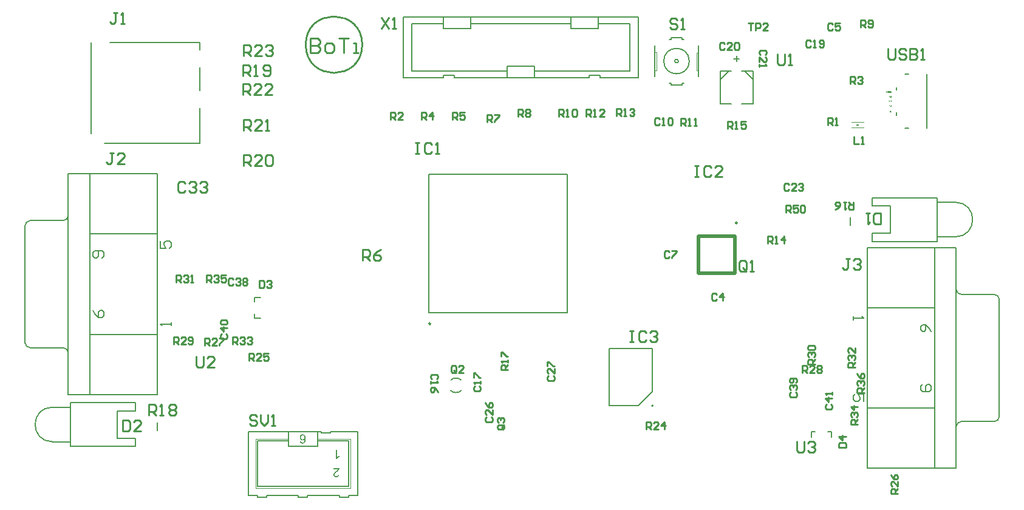
<source format=gto>
G04*
G04 #@! TF.GenerationSoftware,Altium Limited,Altium Designer,18.0.7 (293)*
G04*
G04 Layer_Color=65535*
%FSLAX25Y25*%
%MOIN*%
G70*
G01*
G75*
%ADD10C,0.01000*%
%ADD11C,0.00787*%
%ADD12C,0.00984*%
%ADD13C,0.00600*%
%ADD14C,0.00500*%
%ADD15C,0.01968*%
%ADD16C,0.00800*%
%ADD17C,0.00200*%
%ADD18C,0.00300*%
%ADD19C,0.00591*%
%ADD20R,0.01587X0.00794*%
G36*
X439892Y227510D02*
X439757D01*
X439238Y228288D01*
Y227510D01*
X439112D01*
Y228500D01*
X439248D01*
X439766Y227724D01*
Y228500D01*
X439892D01*
Y227510D01*
D02*
G37*
G36*
X440518Y228516D02*
X440531D01*
X440547Y228514D01*
X440564Y228511D01*
X440582Y228510D01*
X440624Y228501D01*
X440668Y228491D01*
X440714Y228476D01*
X440737Y228467D01*
X440760Y228456D01*
X440761Y228454D01*
X440765Y228453D01*
X440771Y228449D01*
X440780Y228444D01*
X440790Y228437D01*
X440800Y228430D01*
X440827Y228410D01*
X440856Y228384D01*
X440886Y228353D01*
X440914Y228317D01*
X440940Y228275D01*
Y228274D01*
X440943Y228270D01*
X440946Y228264D01*
X440950Y228254D01*
X440954Y228244D01*
X440958Y228230D01*
X440964Y228215D01*
X440970Y228198D01*
X440976Y228180D01*
X440981Y228158D01*
X440986Y228137D01*
X440990Y228114D01*
X440997Y228064D01*
X441000Y228011D01*
Y228010D01*
Y228004D01*
Y227997D01*
X440999Y227987D01*
Y227974D01*
X440997Y227958D01*
X440994Y227942D01*
X440993Y227924D01*
X440989Y227904D01*
X440986Y227882D01*
X440974Y227836D01*
X440960Y227789D01*
X440940Y227742D01*
X440939Y227741D01*
X440937Y227736D01*
X440934Y227731D01*
X440929Y227722D01*
X440923Y227711D01*
X440916Y227699D01*
X440896Y227672D01*
X440871Y227641D01*
X440841Y227610D01*
X440807Y227580D01*
X440787Y227568D01*
X440767Y227555D01*
X440765Y227553D01*
X440761Y227552D01*
X440756Y227549D01*
X440747Y227545D01*
X440735Y227540D01*
X440723Y227535D01*
X440708Y227529D01*
X440691Y227523D01*
X440672Y227518D01*
X440653Y227513D01*
X440631Y227508D01*
X440608Y227503D01*
X440558Y227496D01*
X440532Y227493D01*
X440487D01*
X440478Y227495D01*
X440467D01*
X440439Y227498D01*
X440409Y227502D01*
X440378Y227509D01*
X440344Y227518D01*
X440311Y227529D01*
X440309D01*
X440307Y227531D01*
X440302Y227532D01*
X440296Y227535D01*
X440281Y227543D01*
X440261Y227553D01*
X440239Y227568D01*
X440216Y227585D01*
X440195Y227603D01*
X440175Y227626D01*
X440172Y227629D01*
X440166Y227638D01*
X440158Y227651D01*
X440146Y227669D01*
X440135Y227692D01*
X440122Y227721D01*
X440109Y227752D01*
X440099Y227788D01*
X440218Y227819D01*
Y227818D01*
X440219Y227817D01*
X440221Y227812D01*
X440222Y227806D01*
X440226Y227794D01*
X440232Y227776D01*
X440241Y227756D01*
X440251Y227738D01*
X440261Y227718D01*
X440274Y227701D01*
X440275Y227699D01*
X440279Y227694D01*
X440288Y227686D01*
X440298Y227676D01*
X440311Y227665D01*
X440328Y227653D01*
X440346Y227642D01*
X440368Y227632D01*
X440371Y227631D01*
X440378Y227628D01*
X440391Y227623D01*
X440408Y227618D01*
X440428Y227613D01*
X440451Y227609D01*
X440477Y227606D01*
X440504Y227605D01*
X440520D01*
X440527Y227606D01*
X440535D01*
X440557Y227608D01*
X440581Y227612D01*
X440608Y227616D01*
X440634Y227623D01*
X440660Y227633D01*
X440662Y227635D01*
X440671Y227638D01*
X440683Y227645D01*
X440697Y227652D01*
X440714Y227663D01*
X440733Y227675D01*
X440750Y227689D01*
X440765Y227705D01*
X440767Y227706D01*
X440773Y227712D01*
X440780Y227722D01*
X440788Y227733D01*
X440798Y227748D01*
X440808Y227765D01*
X440818Y227784D01*
X440828Y227804D01*
Y227805D01*
X440830Y227808D01*
X440831Y227812D01*
X440834Y227819D01*
X440837Y227828D01*
X440840Y227838D01*
X440844Y227849D01*
X440847Y227862D01*
X440854Y227892D01*
X440860Y227927D01*
X440864Y227962D01*
X440866Y228002D01*
Y228004D01*
Y228008D01*
Y228015D01*
X440864Y228024D01*
Y228035D01*
X440863Y228049D01*
X440861Y228064D01*
X440860Y228080D01*
X440854Y228115D01*
X440847Y228152D01*
X440836Y228190D01*
X440821Y228225D01*
Y228227D01*
X440818Y228230D01*
X440817Y228234D01*
X440813Y228240D01*
X440803Y228256D01*
X440787Y228275D01*
X440768Y228297D01*
X440745Y228318D01*
X440718Y228338D01*
X440688Y228357D01*
X440687D01*
X440684Y228358D01*
X440680Y228361D01*
X440672Y228364D01*
X440665Y228367D01*
X440655Y228370D01*
X440632Y228379D01*
X440604Y228386D01*
X440572Y228393D01*
X440538Y228398D01*
X440502Y228400D01*
X440488D01*
X440480Y228398D01*
X440471D01*
X440449Y228396D01*
X440424Y228393D01*
X440396Y228387D01*
X440367Y228379D01*
X440337Y228368D01*
X440335D01*
X440332Y228367D01*
X440329Y228366D01*
X440324Y228363D01*
X440308Y228356D01*
X440291Y228347D01*
X440271Y228337D01*
X440249Y228326D01*
X440229Y228313D01*
X440212Y228298D01*
Y228113D01*
X440504D01*
Y227995D01*
X440083D01*
Y228363D01*
X440085Y228364D01*
X440088Y228366D01*
X440093Y228370D01*
X440100Y228376D01*
X440109Y228381D01*
X440119Y228389D01*
X440132Y228397D01*
X440145Y228406D01*
X440175Y228424D01*
X440209Y228444D01*
X440245Y228463D01*
X440284Y228479D01*
X440285D01*
X440288Y228480D01*
X440294Y228481D01*
X440301Y228484D01*
X440311Y228487D01*
X440322Y228491D01*
X440335Y228494D01*
X440348Y228497D01*
X440379Y228504D01*
X440415Y228511D01*
X440454Y228516D01*
X440494Y228517D01*
X440508D01*
X440518Y228516D01*
D02*
G37*
G36*
X438892Y227510D02*
X438512D01*
X438486Y227512D01*
X438457Y227513D01*
X438429Y227516D01*
X438400Y227520D01*
X438376Y227525D01*
X438375D01*
X438372Y227526D01*
X438367D01*
X438362Y227529D01*
X438346Y227533D01*
X438326Y227540D01*
X438303Y227551D01*
X438279Y227563D01*
X438254Y227578D01*
X438232Y227596D01*
X438230Y227598D01*
X438229Y227599D01*
X438224Y227603D01*
X438219Y227608D01*
X438204Y227622D01*
X438187Y227642D01*
X438169Y227666D01*
X438149Y227695D01*
X438130Y227728D01*
X438114Y227765D01*
Y227766D01*
X438113Y227769D01*
X438110Y227775D01*
X438108Y227784D01*
X438104Y227794D01*
X438101Y227805D01*
X438098Y227818D01*
X438094Y227834D01*
X438090Y227849D01*
X438087Y227868D01*
X438080Y227908D01*
X438076Y227952D01*
X438074Y228001D01*
Y228002D01*
Y228005D01*
Y228012D01*
Y228019D01*
X438076Y228029D01*
Y228041D01*
X438077Y228068D01*
X438081Y228100D01*
X438086Y228133D01*
X438093Y228167D01*
X438101Y228201D01*
Y228203D01*
X438103Y228205D01*
X438104Y228210D01*
X438106Y228215D01*
X438111Y228231D01*
X438120Y228251D01*
X438129Y228274D01*
X438140Y228297D01*
X438154Y228321D01*
X438169Y228344D01*
X438170Y228347D01*
X438176Y228354D01*
X438184Y228364D01*
X438196Y228377D01*
X438209Y228391D01*
X438224Y228406D01*
X438240Y228421D01*
X438259Y228434D01*
X438262Y228436D01*
X438267Y228440D01*
X438277Y228446D01*
X438292Y228453D01*
X438309Y228461D01*
X438329Y228468D01*
X438352Y228477D01*
X438377Y228484D01*
X438380D01*
X438384Y228486D01*
X438389Y228487D01*
X438403Y228489D01*
X438423Y228491D01*
X438446Y228494D01*
X438473Y228497D01*
X438503Y228499D01*
X438536Y228500D01*
X438892D01*
Y227510D01*
D02*
G37*
G36*
X441000Y225010D02*
X440868D01*
Y226000D01*
X441000D01*
Y225010D01*
D02*
G37*
G36*
X440637D02*
X440256D01*
X440231Y225012D01*
X440202Y225013D01*
X440173Y225016D01*
X440145Y225020D01*
X440121Y225025D01*
X440119D01*
X440116Y225026D01*
X440112D01*
X440106Y225029D01*
X440091Y225033D01*
X440070Y225041D01*
X440048Y225050D01*
X440023Y225063D01*
X439999Y225078D01*
X439976Y225096D01*
X439975Y225098D01*
X439973Y225099D01*
X439969Y225103D01*
X439963Y225108D01*
X439949Y225122D01*
X439932Y225142D01*
X439913Y225166D01*
X439893Y225195D01*
X439875Y225228D01*
X439859Y225265D01*
Y225266D01*
X439857Y225269D01*
X439855Y225275D01*
X439853Y225284D01*
X439849Y225294D01*
X439846Y225305D01*
X439843Y225318D01*
X439839Y225334D01*
X439835Y225349D01*
X439832Y225368D01*
X439824Y225408D01*
X439820Y225452D01*
X439819Y225501D01*
Y225502D01*
Y225505D01*
Y225512D01*
Y225519D01*
X439820Y225530D01*
Y225541D01*
X439822Y225568D01*
X439826Y225600D01*
X439830Y225633D01*
X439837Y225667D01*
X439846Y225701D01*
Y225703D01*
X439847Y225705D01*
X439849Y225710D01*
X439850Y225715D01*
X439856Y225731D01*
X439865Y225751D01*
X439873Y225774D01*
X439885Y225797D01*
X439899Y225821D01*
X439913Y225844D01*
X439915Y225847D01*
X439920Y225854D01*
X439929Y225864D01*
X439940Y225877D01*
X439953Y225891D01*
X439969Y225906D01*
X439985Y225921D01*
X440003Y225934D01*
X440006Y225936D01*
X440012Y225940D01*
X440022Y225946D01*
X440036Y225953D01*
X440053Y225961D01*
X440073Y225969D01*
X440096Y225977D01*
X440122Y225984D01*
X440125D01*
X440129Y225986D01*
X440133Y225987D01*
X440148Y225989D01*
X440168Y225991D01*
X440191Y225994D01*
X440218Y225997D01*
X440248Y225999D01*
X440281Y226000D01*
X440637D01*
Y225010D01*
D02*
G37*
G36*
X439764Y223068D02*
X440033D01*
Y222955D01*
X439764D01*
Y222686D01*
X439650D01*
Y222955D01*
X439381D01*
Y223068D01*
X439650D01*
Y223340D01*
X439764D01*
Y223068D01*
D02*
G37*
G36*
X441000Y222510D02*
X440620D01*
X440594Y222512D01*
X440565Y222513D01*
X440537Y222516D01*
X440508Y222520D01*
X440484Y222525D01*
X440482D01*
X440480Y222526D01*
X440475D01*
X440470Y222529D01*
X440454Y222533D01*
X440434Y222540D01*
X440411Y222551D01*
X440386Y222563D01*
X440362Y222578D01*
X440339Y222596D01*
X440338Y222598D01*
X440337Y222599D01*
X440332Y222603D01*
X440326Y222608D01*
X440312Y222622D01*
X440295Y222642D01*
X440276Y222666D01*
X440256Y222695D01*
X440238Y222728D01*
X440222Y222765D01*
Y222766D01*
X440221Y222769D01*
X440218Y222775D01*
X440216Y222784D01*
X440212Y222794D01*
X440209Y222805D01*
X440206Y222818D01*
X440202Y222834D01*
X440198Y222849D01*
X440195Y222868D01*
X440188Y222908D01*
X440183Y222952D01*
X440182Y223001D01*
Y223002D01*
Y223005D01*
Y223012D01*
Y223020D01*
X440183Y223029D01*
Y223041D01*
X440185Y223068D01*
X440189Y223100D01*
X440194Y223132D01*
X440201Y223167D01*
X440209Y223201D01*
Y223203D01*
X440211Y223205D01*
X440212Y223210D01*
X440213Y223215D01*
X440219Y223231D01*
X440228Y223251D01*
X440236Y223274D01*
X440248Y223297D01*
X440262Y223321D01*
X440276Y223344D01*
X440278Y223347D01*
X440284Y223354D01*
X440292Y223364D01*
X440304Y223377D01*
X440316Y223391D01*
X440332Y223406D01*
X440348Y223421D01*
X440367Y223434D01*
X440369Y223436D01*
X440375Y223440D01*
X440385Y223446D01*
X440399Y223453D01*
X440417Y223461D01*
X440437Y223468D01*
X440459Y223477D01*
X440485Y223484D01*
X440488D01*
X440492Y223486D01*
X440497Y223487D01*
X440511Y223489D01*
X440531Y223491D01*
X440554Y223494D01*
X440581Y223497D01*
X440611Y223499D01*
X440644Y223500D01*
X441000D01*
Y222510D01*
D02*
G37*
G36*
X440066Y220581D02*
X439690D01*
Y220703D01*
X440066D01*
Y220581D01*
D02*
G37*
G36*
X441000Y220010D02*
X440620D01*
X440594Y220012D01*
X440565Y220013D01*
X440537Y220016D01*
X440508Y220020D01*
X440484Y220025D01*
X440482D01*
X440480Y220026D01*
X440475D01*
X440470Y220029D01*
X440454Y220033D01*
X440434Y220040D01*
X440411Y220051D01*
X440386Y220063D01*
X440362Y220078D01*
X440339Y220096D01*
X440338Y220098D01*
X440337Y220099D01*
X440332Y220103D01*
X440326Y220108D01*
X440312Y220122D01*
X440295Y220142D01*
X440276Y220166D01*
X440256Y220195D01*
X440238Y220228D01*
X440222Y220265D01*
Y220266D01*
X440221Y220269D01*
X440218Y220275D01*
X440216Y220284D01*
X440212Y220294D01*
X440209Y220305D01*
X440206Y220318D01*
X440202Y220334D01*
X440198Y220349D01*
X440195Y220368D01*
X440188Y220408D01*
X440183Y220452D01*
X440182Y220501D01*
Y220502D01*
Y220505D01*
Y220512D01*
Y220519D01*
X440183Y220530D01*
Y220541D01*
X440185Y220568D01*
X440189Y220600D01*
X440194Y220633D01*
X440201Y220667D01*
X440209Y220701D01*
Y220703D01*
X440211Y220705D01*
X440212Y220710D01*
X440213Y220715D01*
X440219Y220731D01*
X440228Y220751D01*
X440236Y220774D01*
X440248Y220797D01*
X440262Y220821D01*
X440276Y220844D01*
X440278Y220847D01*
X440284Y220854D01*
X440292Y220864D01*
X440304Y220877D01*
X440316Y220891D01*
X440332Y220906D01*
X440348Y220921D01*
X440367Y220934D01*
X440369Y220936D01*
X440375Y220940D01*
X440385Y220946D01*
X440399Y220953D01*
X440417Y220961D01*
X440437Y220969D01*
X440459Y220977D01*
X440485Y220984D01*
X440488D01*
X440492Y220986D01*
X440497Y220987D01*
X440511Y220989D01*
X440531Y220991D01*
X440554Y220994D01*
X440581Y220997D01*
X440611Y220999D01*
X440644Y221000D01*
X441000D01*
Y220010D01*
D02*
G37*
G36*
X441001Y217010D02*
X440858D01*
X440601Y217730D01*
Y217731D01*
X440600Y217734D01*
X440598Y217738D01*
X440595Y217744D01*
X440594Y217753D01*
X440591Y217761D01*
X440584Y217783D01*
X440575Y217807D01*
X440567Y217834D01*
X440550Y217891D01*
Y217890D01*
X440548Y217887D01*
X440547Y217883D01*
X440545Y217877D01*
X440541Y217861D01*
X440534Y217840D01*
X440527Y217815D01*
X440518Y217788D01*
X440508Y217760D01*
X440497Y217730D01*
X440228Y217010D01*
X440095D01*
X440481Y218000D01*
X440618D01*
X441001Y217010D01*
D02*
G37*
G36*
X136781Y27621D02*
X136788Y27628D01*
X136824Y27657D01*
X136867Y27700D01*
X136939Y27750D01*
X137018Y27815D01*
X137118Y27886D01*
X137233Y27965D01*
X137362Y28044D01*
X137369D01*
X137376Y28051D01*
X137419Y28080D01*
X137491Y28116D01*
X137577Y28159D01*
X137677Y28209D01*
X137785Y28259D01*
X137892Y28309D01*
X138000Y28352D01*
Y27764D01*
X137993D01*
X137978Y27750D01*
X137950Y27743D01*
X137914Y27721D01*
X137871Y27700D01*
X137821Y27671D01*
X137699Y27599D01*
X137556Y27521D01*
X137412Y27420D01*
X137261Y27305D01*
X137111Y27184D01*
X137104Y27176D01*
X137097Y27169D01*
X137075Y27148D01*
X137046Y27126D01*
X136982Y27055D01*
X136896Y26969D01*
X136810Y26868D01*
X136717Y26754D01*
X136638Y26639D01*
X136566Y26517D01*
X136172D01*
Y31500D01*
X136781D01*
Y27621D01*
D02*
G37*
G36*
X137993Y21493D02*
Y21464D01*
Y21421D01*
X137986Y21364D01*
X137978Y21299D01*
X137964Y21227D01*
X137950Y21156D01*
X137921Y21077D01*
Y21070D01*
X137914Y21063D01*
X137900Y21020D01*
X137871Y20955D01*
X137828Y20869D01*
X137771Y20769D01*
X137699Y20654D01*
X137620Y20539D01*
X137520Y20417D01*
Y20410D01*
X137505Y20403D01*
X137469Y20360D01*
X137405Y20295D01*
X137312Y20202D01*
X137204Y20095D01*
X137068Y19966D01*
X136903Y19822D01*
X136724Y19672D01*
X136717Y19665D01*
X136688Y19643D01*
X136645Y19607D01*
X136595Y19564D01*
X136530Y19507D01*
X136451Y19442D01*
X136372Y19371D01*
X136279Y19292D01*
X136100Y19120D01*
X135921Y18947D01*
X135835Y18861D01*
X135756Y18775D01*
X135684Y18697D01*
X135627Y18618D01*
Y18610D01*
X135612Y18603D01*
X135598Y18582D01*
X135584Y18553D01*
X135533Y18474D01*
X135476Y18381D01*
X135426Y18266D01*
X135376Y18144D01*
X135347Y18008D01*
X135333Y17879D01*
Y17872D01*
Y17865D01*
X135340Y17822D01*
X135347Y17750D01*
X135369Y17671D01*
X135397Y17571D01*
X135448Y17470D01*
X135512Y17370D01*
X135598Y17270D01*
X135612Y17255D01*
X135648Y17227D01*
X135698Y17191D01*
X135777Y17141D01*
X135878Y17098D01*
X135992Y17055D01*
X136129Y17026D01*
X136279Y17019D01*
X136322D01*
X136351Y17026D01*
X136437Y17033D01*
X136537Y17055D01*
X136645Y17083D01*
X136767Y17133D01*
X136881Y17198D01*
X136989Y17284D01*
X137003Y17298D01*
X137032Y17334D01*
X137075Y17392D01*
X137118Y17478D01*
X137168Y17578D01*
X137211Y17707D01*
X137240Y17851D01*
X137254Y18015D01*
X137878Y17951D01*
Y17944D01*
X137871Y17922D01*
Y17886D01*
X137864Y17836D01*
X137849Y17779D01*
X137835Y17714D01*
X137814Y17635D01*
X137792Y17557D01*
X137735Y17384D01*
X137649Y17212D01*
X137599Y17126D01*
X137534Y17040D01*
X137469Y16961D01*
X137398Y16890D01*
X137391Y16883D01*
X137376Y16875D01*
X137355Y16854D01*
X137319Y16832D01*
X137276Y16804D01*
X137226Y16775D01*
X137168Y16739D01*
X137097Y16703D01*
X137018Y16667D01*
X136932Y16632D01*
X136838Y16603D01*
X136738Y16574D01*
X136630Y16553D01*
X136516Y16531D01*
X136394Y16524D01*
X136265Y16517D01*
X136193D01*
X136143Y16524D01*
X136086Y16531D01*
X136014Y16538D01*
X135935Y16553D01*
X135856Y16567D01*
X135670Y16617D01*
X135483Y16689D01*
X135390Y16732D01*
X135297Y16782D01*
X135211Y16847D01*
X135132Y16918D01*
X135125Y16926D01*
X135110Y16933D01*
X135096Y16961D01*
X135067Y16990D01*
X135032Y17026D01*
X134996Y17076D01*
X134960Y17126D01*
X134917Y17191D01*
X134845Y17327D01*
X134774Y17499D01*
X134745Y17585D01*
X134731Y17686D01*
X134716Y17786D01*
X134709Y17894D01*
Y17908D01*
Y17944D01*
X134716Y18001D01*
X134723Y18080D01*
X134738Y18166D01*
X134766Y18266D01*
X134795Y18374D01*
X134838Y18481D01*
X134845Y18496D01*
X134860Y18532D01*
X134888Y18589D01*
X134931Y18668D01*
X134989Y18754D01*
X135060Y18861D01*
X135146Y18969D01*
X135247Y19091D01*
X135261Y19105D01*
X135297Y19148D01*
X135333Y19184D01*
X135369Y19220D01*
X135412Y19263D01*
X135469Y19320D01*
X135526Y19378D01*
X135598Y19442D01*
X135670Y19514D01*
X135756Y19593D01*
X135849Y19672D01*
X135949Y19765D01*
X136064Y19858D01*
X136179Y19958D01*
X136186Y19966D01*
X136200Y19980D01*
X136229Y20001D01*
X136265Y20030D01*
X136308Y20073D01*
X136358Y20116D01*
X136473Y20209D01*
X136595Y20317D01*
X136709Y20425D01*
X136810Y20518D01*
X136853Y20554D01*
X136889Y20589D01*
X136896Y20597D01*
X136917Y20618D01*
X136946Y20647D01*
X136982Y20690D01*
X137018Y20740D01*
X137061Y20790D01*
X137147Y20912D01*
X134702D01*
Y21500D01*
X137993D01*
Y21493D01*
D02*
G37*
G36*
X117851Y40079D02*
X117908D01*
X117973Y40072D01*
X118044Y40057D01*
X118131Y40036D01*
X118217Y40014D01*
X118317Y39986D01*
X118417Y39950D01*
X118518Y39907D01*
X118625Y39849D01*
X118726Y39785D01*
X118826Y39713D01*
X118926Y39627D01*
X119020Y39527D01*
X119027Y39520D01*
X119041Y39498D01*
X119063Y39469D01*
X119091Y39419D01*
X119134Y39355D01*
X119170Y39283D01*
X119213Y39190D01*
X119256Y39089D01*
X119306Y38967D01*
X119349Y38831D01*
X119385Y38681D01*
X119421Y38516D01*
X119457Y38329D01*
X119478Y38129D01*
X119493Y37914D01*
X119500Y37684D01*
Y37677D01*
Y37670D01*
Y37648D01*
Y37620D01*
X119493Y37548D01*
Y37448D01*
X119486Y37333D01*
X119471Y37196D01*
X119457Y37046D01*
X119436Y36881D01*
X119407Y36716D01*
X119371Y36537D01*
X119328Y36365D01*
X119278Y36193D01*
X119213Y36028D01*
X119141Y35870D01*
X119063Y35719D01*
X118969Y35590D01*
X118962Y35583D01*
X118948Y35569D01*
X118919Y35540D01*
X118883Y35497D01*
X118840Y35454D01*
X118783Y35411D01*
X118711Y35354D01*
X118640Y35304D01*
X118554Y35254D01*
X118460Y35196D01*
X118353Y35153D01*
X118245Y35103D01*
X118123Y35067D01*
X117994Y35038D01*
X117858Y35024D01*
X117715Y35017D01*
X117657D01*
X117614Y35024D01*
X117564D01*
X117507Y35031D01*
X117370Y35060D01*
X117220Y35096D01*
X117062Y35153D01*
X116904Y35239D01*
X116826Y35289D01*
X116754Y35347D01*
X116747Y35354D01*
X116740Y35361D01*
X116718Y35383D01*
X116697Y35404D01*
X116661Y35440D01*
X116632Y35483D01*
X116553Y35583D01*
X116474Y35712D01*
X116403Y35870D01*
X116338Y36049D01*
X116295Y36250D01*
X116904Y36300D01*
Y36293D01*
X116912Y36286D01*
X116919Y36243D01*
X116940Y36178D01*
X116969Y36099D01*
X116998Y36013D01*
X117041Y35927D01*
X117091Y35849D01*
X117141Y35784D01*
X117155Y35770D01*
X117184Y35741D01*
X117234Y35698D01*
X117306Y35648D01*
X117399Y35605D01*
X117500Y35562D01*
X117622Y35533D01*
X117751Y35519D01*
X117801D01*
X117858Y35526D01*
X117923Y35540D01*
X118009Y35562D01*
X118095Y35590D01*
X118181Y35626D01*
X118267Y35684D01*
X118281Y35691D01*
X118317Y35719D01*
X118367Y35770D01*
X118432Y35841D01*
X118503Y35927D01*
X118582Y36028D01*
X118654Y36157D01*
X118726Y36300D01*
Y36307D01*
X118733Y36322D01*
X118740Y36343D01*
X118754Y36372D01*
X118762Y36415D01*
X118776Y36465D01*
X118790Y36523D01*
X118805Y36594D01*
X118826Y36673D01*
X118840Y36759D01*
X118855Y36852D01*
X118862Y36953D01*
X118876Y37067D01*
X118883Y37182D01*
X118891Y37311D01*
Y37440D01*
X118883Y37433D01*
X118855Y37390D01*
X118805Y37333D01*
X118740Y37261D01*
X118668Y37175D01*
X118575Y37096D01*
X118475Y37017D01*
X118360Y36946D01*
X118353D01*
X118346Y36938D01*
X118303Y36917D01*
X118238Y36895D01*
X118152Y36860D01*
X118052Y36831D01*
X117937Y36809D01*
X117815Y36788D01*
X117686Y36781D01*
X117629D01*
X117586Y36788D01*
X117528Y36795D01*
X117471Y36802D01*
X117399Y36816D01*
X117327Y36838D01*
X117163Y36888D01*
X117077Y36924D01*
X116990Y36974D01*
X116904Y37025D01*
X116811Y37082D01*
X116725Y37154D01*
X116646Y37232D01*
X116639Y37240D01*
X116625Y37254D01*
X116603Y37275D01*
X116582Y37311D01*
X116546Y37361D01*
X116510Y37412D01*
X116474Y37476D01*
X116431Y37548D01*
X116388Y37627D01*
X116352Y37713D01*
X116316Y37813D01*
X116281Y37914D01*
X116259Y38021D01*
X116238Y38143D01*
X116223Y38265D01*
X116216Y38394D01*
Y38401D01*
Y38415D01*
Y38437D01*
Y38473D01*
X116223Y38516D01*
Y38559D01*
X116245Y38674D01*
X116266Y38810D01*
X116302Y38953D01*
X116352Y39111D01*
X116424Y39261D01*
Y39269D01*
X116431Y39276D01*
X116446Y39297D01*
X116460Y39326D01*
X116503Y39398D01*
X116568Y39491D01*
X116646Y39591D01*
X116740Y39692D01*
X116854Y39792D01*
X116976Y39878D01*
X116983D01*
X116990Y39885D01*
X117012Y39900D01*
X117041Y39907D01*
X117112Y39943D01*
X117206Y39979D01*
X117327Y40021D01*
X117464Y40050D01*
X117614Y40079D01*
X117779Y40086D01*
X117815D01*
X117851Y40079D01*
D02*
G37*
%LPC*%
G36*
X438761Y228383D02*
X438526D01*
X438516Y228381D01*
X438495Y228380D01*
X438470Y228379D01*
X438445Y228376D01*
X438419Y228371D01*
X438397Y228366D01*
X438394Y228364D01*
X438387Y228363D01*
X438377Y228358D01*
X438365Y228353D01*
X438350Y228344D01*
X438336Y228336D01*
X438322Y228326D01*
X438307Y228314D01*
X438306Y228311D01*
X438300Y228306D01*
X438292Y228295D01*
X438282Y228281D01*
X438270Y228263D01*
X438257Y228241D01*
X438246Y228217D01*
X438236Y228190D01*
Y228188D01*
X438234Y228185D01*
X438233Y228181D01*
X438232Y228175D01*
X438230Y228168D01*
X438227Y228158D01*
X438224Y228148D01*
X438222Y228137D01*
X438217Y228108D01*
X438213Y228075D01*
X438210Y228038D01*
X438209Y227998D01*
Y227997D01*
Y227991D01*
Y227984D01*
X438210Y227972D01*
Y227959D01*
X438211Y227945D01*
X438213Y227928D01*
X438214Y227911D01*
X438222Y227872D01*
X438230Y227832D01*
X438243Y227795D01*
X438251Y227776D01*
X438260Y227761D01*
Y227759D01*
X438263Y227756D01*
X438266Y227752D01*
X438269Y227746D01*
X438280Y227732D01*
X438294Y227715D01*
X438313Y227696D01*
X438335Y227678D01*
X438359Y227662D01*
X438384Y227649D01*
X438387Y227648D01*
X438394Y227646D01*
X438407Y227642D01*
X438426Y227638D01*
X438449Y227635D01*
X438478Y227631D01*
X438495Y227629D01*
X438513D01*
X438532Y227628D01*
X438761D01*
Y228383D01*
D02*
G37*
G36*
X440505Y225883D02*
X440271D01*
X440261Y225881D01*
X440239Y225880D01*
X440215Y225879D01*
X440189Y225876D01*
X440164Y225871D01*
X440142Y225866D01*
X440139Y225864D01*
X440132Y225863D01*
X440122Y225858D01*
X440109Y225853D01*
X440095Y225844D01*
X440080Y225836D01*
X440066Y225826D01*
X440052Y225814D01*
X440051Y225811D01*
X440045Y225805D01*
X440036Y225796D01*
X440026Y225781D01*
X440015Y225763D01*
X440002Y225741D01*
X439990Y225717D01*
X439980Y225690D01*
Y225688D01*
X439979Y225685D01*
X439978Y225681D01*
X439976Y225675D01*
X439975Y225668D01*
X439972Y225658D01*
X439969Y225648D01*
X439966Y225637D01*
X439962Y225608D01*
X439958Y225575D01*
X439955Y225538D01*
X439953Y225498D01*
Y225497D01*
Y225491D01*
Y225484D01*
X439955Y225472D01*
Y225460D01*
X439956Y225445D01*
X439958Y225428D01*
X439959Y225411D01*
X439966Y225372D01*
X439975Y225332D01*
X439988Y225295D01*
X439996Y225276D01*
X440005Y225261D01*
Y225259D01*
X440008Y225256D01*
X440010Y225252D01*
X440013Y225246D01*
X440025Y225232D01*
X440039Y225215D01*
X440058Y225196D01*
X440079Y225178D01*
X440103Y225162D01*
X440129Y225149D01*
X440132Y225148D01*
X440139Y225146D01*
X440152Y225142D01*
X440171Y225138D01*
X440194Y225135D01*
X440222Y225131D01*
X440239Y225129D01*
X440258D01*
X440276Y225128D01*
X440505D01*
Y225883D01*
D02*
G37*
G36*
X440868Y223383D02*
X440634D01*
X440624Y223381D01*
X440602Y223380D01*
X440578Y223378D01*
X440552Y223376D01*
X440527Y223371D01*
X440505Y223366D01*
X440502Y223364D01*
X440495Y223363D01*
X440485Y223358D01*
X440472Y223353D01*
X440458Y223344D01*
X440444Y223336D01*
X440429Y223325D01*
X440415Y223314D01*
X440414Y223311D01*
X440408Y223306D01*
X440399Y223295D01*
X440389Y223281D01*
X440378Y223263D01*
X440365Y223241D01*
X440354Y223217D01*
X440344Y223190D01*
Y223188D01*
X440342Y223185D01*
X440341Y223181D01*
X440339Y223175D01*
X440338Y223168D01*
X440335Y223158D01*
X440332Y223148D01*
X440329Y223137D01*
X440325Y223108D01*
X440321Y223075D01*
X440318Y223038D01*
X440316Y222998D01*
Y222997D01*
Y222991D01*
Y222984D01*
X440318Y222972D01*
Y222959D01*
X440319Y222945D01*
X440321Y222928D01*
X440322Y222911D01*
X440329Y222872D01*
X440338Y222832D01*
X440351Y222795D01*
X440359Y222776D01*
X440368Y222761D01*
Y222759D01*
X440371Y222756D01*
X440374Y222752D01*
X440377Y222746D01*
X440388Y222732D01*
X440402Y222715D01*
X440421Y222696D01*
X440442Y222678D01*
X440467Y222662D01*
X440492Y222649D01*
X440495Y222648D01*
X440502Y222646D01*
X440515Y222642D01*
X440534Y222638D01*
X440557Y222635D01*
X440585Y222631D01*
X440602Y222629D01*
X440621D01*
X440640Y222628D01*
X440868D01*
Y223383D01*
D02*
G37*
G36*
Y220883D02*
X440634D01*
X440624Y220881D01*
X440602Y220880D01*
X440578Y220879D01*
X440552Y220876D01*
X440527Y220871D01*
X440505Y220866D01*
X440502Y220864D01*
X440495Y220863D01*
X440485Y220858D01*
X440472Y220853D01*
X440458Y220844D01*
X440444Y220836D01*
X440429Y220826D01*
X440415Y220814D01*
X440414Y220811D01*
X440408Y220806D01*
X440399Y220795D01*
X440389Y220781D01*
X440378Y220763D01*
X440365Y220741D01*
X440354Y220717D01*
X440344Y220690D01*
Y220688D01*
X440342Y220685D01*
X440341Y220681D01*
X440339Y220675D01*
X440338Y220668D01*
X440335Y220658D01*
X440332Y220648D01*
X440329Y220637D01*
X440325Y220608D01*
X440321Y220575D01*
X440318Y220538D01*
X440316Y220498D01*
Y220497D01*
Y220491D01*
Y220484D01*
X440318Y220472D01*
Y220460D01*
X440319Y220445D01*
X440321Y220428D01*
X440322Y220411D01*
X440329Y220372D01*
X440338Y220332D01*
X440351Y220295D01*
X440359Y220276D01*
X440368Y220261D01*
Y220259D01*
X440371Y220256D01*
X440374Y220252D01*
X440377Y220246D01*
X440388Y220232D01*
X440402Y220215D01*
X440421Y220196D01*
X440442Y220178D01*
X440467Y220162D01*
X440492Y220149D01*
X440495Y220148D01*
X440502Y220146D01*
X440515Y220142D01*
X440534Y220138D01*
X440557Y220135D01*
X440585Y220131D01*
X440602Y220129D01*
X440621D01*
X440640Y220128D01*
X440868D01*
Y220883D01*
D02*
G37*
G36*
X117786Y39584D02*
X117751D01*
X117722Y39577D01*
X117650Y39570D01*
X117557Y39548D01*
X117456Y39505D01*
X117342Y39455D01*
X117227Y39376D01*
X117170Y39333D01*
X117120Y39276D01*
Y39269D01*
X117105Y39261D01*
X117077Y39219D01*
X117034Y39147D01*
X116976Y39054D01*
X116926Y38932D01*
X116883Y38788D01*
X116854Y38623D01*
X116840Y38430D01*
Y38423D01*
Y38408D01*
Y38380D01*
X116847Y38344D01*
Y38301D01*
X116854Y38250D01*
X116876Y38136D01*
X116904Y38007D01*
X116955Y37870D01*
X117026Y37741D01*
X117120Y37620D01*
X117134Y37605D01*
X117170Y37569D01*
X117227Y37526D01*
X117306Y37469D01*
X117406Y37412D01*
X117521Y37369D01*
X117657Y37333D01*
X117808Y37318D01*
X117851D01*
X117880Y37326D01*
X117951Y37333D01*
X118052Y37354D01*
X118159Y37390D01*
X118281Y37448D01*
X118396Y37519D01*
X118510Y37620D01*
X118525Y37634D01*
X118554Y37670D01*
X118604Y37734D01*
X118654Y37828D01*
X118704Y37935D01*
X118754Y38071D01*
X118783Y38222D01*
X118797Y38394D01*
Y38408D01*
Y38444D01*
X118790Y38509D01*
X118783Y38587D01*
X118769Y38681D01*
X118740Y38781D01*
X118711Y38889D01*
X118668Y38996D01*
X118661Y39011D01*
X118640Y39046D01*
X118611Y39097D01*
X118568Y39161D01*
X118518Y39226D01*
X118453Y39305D01*
X118382Y39369D01*
X118295Y39434D01*
X118281Y39441D01*
X118252Y39455D01*
X118202Y39484D01*
X118138Y39505D01*
X118066Y39534D01*
X117980Y39563D01*
X117887Y39577D01*
X117786Y39584D01*
D02*
G37*
%LPD*%
D10*
X150508Y254000D02*
G03*
X150508Y254000I-15508J0D01*
G01*
X122000Y257371D02*
Y249500D01*
X125936D01*
X127248Y250812D01*
Y252124D01*
X125936Y253436D01*
X122000D01*
X125936D01*
X127248Y254748D01*
Y256060D01*
X125936Y257371D01*
X122000D01*
X131183Y249500D02*
X133807D01*
X135119Y250812D01*
Y253436D01*
X133807Y254748D01*
X131183D01*
X129871Y253436D01*
Y250812D01*
X131183Y249500D01*
X137743Y257371D02*
X142991D01*
X140367D01*
Y249500D01*
X145614D02*
X148238D01*
X146926D01*
Y254748D01*
X145614D01*
X362500Y265936D02*
X365124D01*
X363812D01*
Y262000D01*
X366436D02*
Y265936D01*
X368404D01*
X369060Y265280D01*
Y263968D01*
X368404Y263312D01*
X366436D01*
X372995Y262000D02*
X370372D01*
X372995Y264624D01*
Y265280D01*
X372339Y265936D01*
X371027D01*
X370372Y265280D01*
X351100Y208000D02*
Y211936D01*
X353068D01*
X353724Y211280D01*
Y209968D01*
X353068Y209312D01*
X351100D01*
X352412D02*
X353724Y208000D01*
X355036D02*
X356348D01*
X355692D01*
Y211936D01*
X355036Y211280D01*
X360939Y211936D02*
X358315D01*
Y209968D01*
X359627Y210624D01*
X360283D01*
X360939Y209968D01*
Y208656D01*
X360283Y208000D01*
X358972D01*
X358315Y208656D01*
X306500Y43000D02*
Y46936D01*
X308468D01*
X309124Y46280D01*
Y44968D01*
X308468Y44312D01*
X306500D01*
X307812D02*
X309124Y43000D01*
X313060D02*
X310436D01*
X313060Y45624D01*
Y46280D01*
X312404Y46936D01*
X311092D01*
X310436Y46280D01*
X316339Y43000D02*
Y46936D01*
X314371Y44968D01*
X316995D01*
X297500Y96998D02*
X299499D01*
X298500D01*
Y91000D01*
X297500D01*
X299499D01*
X306497Y95998D02*
X305497Y96998D01*
X303498D01*
X302498Y95998D01*
Y92000D01*
X303498Y91000D01*
X305497D01*
X306497Y92000D01*
X308496Y95998D02*
X309496Y96998D01*
X311495D01*
X312495Y95998D01*
Y94999D01*
X311495Y93999D01*
X310496D01*
X311495D01*
X312495Y92999D01*
Y92000D01*
X311495Y91000D01*
X309496D01*
X308496Y92000D01*
X15999Y271498D02*
X13999D01*
X14999D01*
Y266500D01*
X13999Y265500D01*
X13000D01*
X12000Y266500D01*
X17998Y265500D02*
X19997D01*
X18998D01*
Y271498D01*
X17998Y270498D01*
X85500Y248000D02*
Y253998D01*
X88499D01*
X89499Y252998D01*
Y250999D01*
X88499Y249999D01*
X85500D01*
X87499D02*
X89499Y248000D01*
X95497D02*
X91498D01*
X95497Y251999D01*
Y252998D01*
X94497Y253998D01*
X92498D01*
X91498Y252998D01*
X97496D02*
X98496Y253998D01*
X100495D01*
X101495Y252998D01*
Y251999D01*
X100495Y250999D01*
X99496D01*
X100495D01*
X101495Y249999D01*
Y249000D01*
X100495Y248000D01*
X98496D01*
X97496Y249000D01*
X85000Y226500D02*
Y232498D01*
X87999D01*
X88999Y231498D01*
Y229499D01*
X87999Y228499D01*
X85000D01*
X86999D02*
X88999Y226500D01*
X94997D02*
X90998D01*
X94997Y230499D01*
Y231498D01*
X93997Y232498D01*
X91998D01*
X90998Y231498D01*
X100995Y226500D02*
X96996D01*
X100995Y230499D01*
Y231498D01*
X99995Y232498D01*
X97996D01*
X96996Y231498D01*
X85500Y207000D02*
Y212998D01*
X88499D01*
X89499Y211998D01*
Y209999D01*
X88499Y208999D01*
X85500D01*
X87499D02*
X89499Y207000D01*
X95497D02*
X91498D01*
X95497Y210999D01*
Y211998D01*
X94497Y212998D01*
X92498D01*
X91498Y211998D01*
X97496Y207000D02*
X99496D01*
X98496D01*
Y212998D01*
X97496Y211998D01*
X85500Y187500D02*
Y193498D01*
X88499D01*
X89499Y192498D01*
Y190499D01*
X88499Y189499D01*
X85500D01*
X87499D02*
X89499Y187500D01*
X95497D02*
X91498D01*
X95497Y191499D01*
Y192498D01*
X94497Y193498D01*
X92498D01*
X91498Y192498D01*
X97496D02*
X98496Y193498D01*
X100495D01*
X101495Y192498D01*
Y188500D01*
X100495Y187500D01*
X98496D01*
X97496Y188500D01*
Y192498D01*
X85000Y237000D02*
Y242998D01*
X87999D01*
X88999Y241998D01*
Y239999D01*
X87999Y238999D01*
X85000D01*
X86999D02*
X88999Y237000D01*
X90998D02*
X92997D01*
X91998D01*
Y242998D01*
X90998Y241998D01*
X95996Y238000D02*
X96996Y237000D01*
X98996D01*
X99995Y238000D01*
Y241998D01*
X98996Y242998D01*
X96996D01*
X95996Y241998D01*
Y240999D01*
X96996Y239999D01*
X99995D01*
X53499Y177998D02*
X52499Y178998D01*
X50500D01*
X49500Y177998D01*
Y174000D01*
X50500Y173000D01*
X52499D01*
X53499Y174000D01*
X55498Y177998D02*
X56498Y178998D01*
X58497D01*
X59497Y177998D01*
Y176999D01*
X58497Y175999D01*
X57497D01*
X58497D01*
X59497Y174999D01*
Y174000D01*
X58497Y173000D01*
X56498D01*
X55498Y174000D01*
X61496Y177998D02*
X62496Y178998D01*
X64495D01*
X65495Y177998D01*
Y176999D01*
X64495Y175999D01*
X63495D01*
X64495D01*
X65495Y174999D01*
Y174000D01*
X64495Y173000D01*
X62496D01*
X61496Y174000D01*
X383000Y162000D02*
Y165936D01*
X384968D01*
X385624Y165280D01*
Y163968D01*
X384968Y163312D01*
X383000D01*
X384312D02*
X385624Y162000D01*
X389560Y165936D02*
X386936D01*
Y163968D01*
X388248Y164624D01*
X388904D01*
X389560Y163968D01*
Y162656D01*
X388904Y162000D01*
X387592D01*
X386936Y162656D01*
X390872Y165280D02*
X391527Y165936D01*
X392839D01*
X393495Y165280D01*
Y162656D01*
X392839Y162000D01*
X391527D01*
X390872Y162656D01*
Y165280D01*
X373000Y145000D02*
Y148936D01*
X374968D01*
X375624Y148280D01*
Y146968D01*
X374968Y146312D01*
X373000D01*
X374312D02*
X375624Y145000D01*
X376936D02*
X378248D01*
X377592D01*
Y148936D01*
X376936Y148280D01*
X382183Y145000D02*
Y148936D01*
X380216Y146968D01*
X382839D01*
X150600Y135500D02*
Y141498D01*
X153599D01*
X154599Y140498D01*
Y138499D01*
X153599Y137499D01*
X150600D01*
X152599D02*
X154599Y135500D01*
X160597Y141498D02*
X158597Y140498D01*
X156598Y138499D01*
Y136500D01*
X157598Y135500D01*
X159597D01*
X160597Y136500D01*
Y137499D01*
X159597Y138499D01*
X156598D01*
X384624Y177280D02*
X383968Y177936D01*
X382656D01*
X382000Y177280D01*
Y174656D01*
X382656Y174000D01*
X383968D01*
X384624Y174656D01*
X388560Y174000D02*
X385936D01*
X388560Y176624D01*
Y177280D01*
X387904Y177936D01*
X386592D01*
X385936Y177280D01*
X389872D02*
X390527Y177936D01*
X391839D01*
X392495Y177280D01*
Y176624D01*
X391839Y175968D01*
X391183D01*
X391839D01*
X392495Y175312D01*
Y174656D01*
X391839Y174000D01*
X390527D01*
X389872Y174656D01*
X319124Y140280D02*
X318468Y140936D01*
X317156D01*
X316500Y140280D01*
Y137656D01*
X317156Y137000D01*
X318468D01*
X319124Y137656D01*
X320436Y140936D02*
X323060D01*
Y140280D01*
X320436Y137656D01*
Y137000D01*
X345124Y116780D02*
X344468Y117436D01*
X343156D01*
X342500Y116780D01*
Y114156D01*
X343156Y113500D01*
X344468D01*
X345124Y114156D01*
X348404Y113500D02*
Y117436D01*
X346436Y115468D01*
X349060D01*
X361499Y130500D02*
Y134498D01*
X360499Y135498D01*
X358500D01*
X357500Y134498D01*
Y130500D01*
X358500Y129500D01*
X360499D01*
X359499Y131499D02*
X361499Y129500D01*
X360499D02*
X361499Y130500D01*
X363498Y129500D02*
X365497D01*
X364498D01*
Y135498D01*
X363498Y134498D01*
X333100Y187398D02*
X335099D01*
X334100D01*
Y181400D01*
X333100D01*
X335099D01*
X342097Y186398D02*
X341097Y187398D01*
X339098D01*
X338098Y186398D01*
Y182400D01*
X339098Y181400D01*
X341097D01*
X342097Y182400D01*
X348095Y181400D02*
X344096D01*
X348095Y185399D01*
Y186398D01*
X347095Y187398D01*
X345096D01*
X344096Y186398D01*
X179700Y200298D02*
X181699D01*
X180700D01*
Y194300D01*
X179700D01*
X181699D01*
X188697Y199298D02*
X187697Y200298D01*
X185698D01*
X184698Y199298D01*
Y195300D01*
X185698Y194300D01*
X187697D01*
X188697Y195300D01*
X190696Y194300D02*
X192696D01*
X191696D01*
Y200298D01*
X190696Y199298D01*
X59500Y82798D02*
Y77800D01*
X60500Y76800D01*
X62499D01*
X63499Y77800D01*
Y82798D01*
X69497Y76800D02*
X65498D01*
X69497Y80799D01*
Y81798D01*
X68497Y82798D01*
X66498D01*
X65498Y81798D01*
X389000Y36316D02*
Y31318D01*
X390000Y30318D01*
X391999D01*
X392999Y31318D01*
Y36316D01*
X394998Y35316D02*
X395998Y36316D01*
X397997D01*
X398997Y35316D01*
Y34317D01*
X397997Y33317D01*
X396997D01*
X397997D01*
X398997Y32317D01*
Y31318D01*
X397997Y30318D01*
X395998D01*
X394998Y31318D01*
X88500Y80500D02*
Y84436D01*
X90468D01*
X91124Y83780D01*
Y82468D01*
X90468Y81812D01*
X88500D01*
X89812D02*
X91124Y80500D01*
X95060D02*
X92436D01*
X95060Y83124D01*
Y83780D01*
X94404Y84436D01*
X93092D01*
X92436Y83780D01*
X98995Y84436D02*
X96372D01*
Y82468D01*
X97683Y83124D01*
X98339D01*
X98995Y82468D01*
Y81156D01*
X98339Y80500D01*
X97027D01*
X96372Y81156D01*
X444500Y7500D02*
X440564D01*
Y9468D01*
X441220Y10124D01*
X442532D01*
X443188Y9468D01*
Y7500D01*
Y8812D02*
X444500Y10124D01*
Y14060D02*
Y11436D01*
X441876Y14060D01*
X441220D01*
X440564Y13404D01*
Y12092D01*
X441220Y11436D01*
X440564Y17995D02*
X441220Y16683D01*
X442532Y15371D01*
X443844D01*
X444500Y16027D01*
Y17339D01*
X443844Y17995D01*
X443188D01*
X442532Y17339D01*
Y15371D01*
X65088Y123500D02*
Y127436D01*
X67055D01*
X67711Y126780D01*
Y125468D01*
X67055Y124812D01*
X65088D01*
X66400D02*
X67711Y123500D01*
X69023Y126780D02*
X69679Y127436D01*
X70991D01*
X71647Y126780D01*
Y126124D01*
X70991Y125468D01*
X70335D01*
X70991D01*
X71647Y124812D01*
Y124156D01*
X70991Y123500D01*
X69679D01*
X69023Y124156D01*
X75583Y127436D02*
X72959D01*
Y125468D01*
X74271Y126124D01*
X74927D01*
X75583Y125468D01*
Y124156D01*
X74927Y123500D01*
X73615D01*
X72959Y124156D01*
X79500Y89500D02*
Y93436D01*
X81468D01*
X82124Y92780D01*
Y91468D01*
X81468Y90812D01*
X79500D01*
X80812D02*
X82124Y89500D01*
X83436Y92780D02*
X84092Y93436D01*
X85404D01*
X86060Y92780D01*
Y92124D01*
X85404Y91468D01*
X84748D01*
X85404D01*
X86060Y90812D01*
Y90156D01*
X85404Y89500D01*
X84092D01*
X83436Y90156D01*
X87371Y92780D02*
X88027Y93436D01*
X89339D01*
X89995Y92780D01*
Y92124D01*
X89339Y91468D01*
X88683D01*
X89339D01*
X89995Y90812D01*
Y90156D01*
X89339Y89500D01*
X88027D01*
X87371Y90156D01*
X48500Y123500D02*
Y127436D01*
X50468D01*
X51124Y126780D01*
Y125468D01*
X50468Y124812D01*
X48500D01*
X49812D02*
X51124Y123500D01*
X52436Y126780D02*
X53092Y127436D01*
X54404D01*
X55060Y126780D01*
Y126124D01*
X54404Y125468D01*
X53748D01*
X54404D01*
X55060Y124812D01*
Y124156D01*
X54404Y123500D01*
X53092D01*
X52436Y124156D01*
X56371Y123500D02*
X57683D01*
X57027D01*
Y127436D01*
X56371Y126780D01*
X47000Y89500D02*
Y93436D01*
X48968D01*
X49624Y92780D01*
Y91468D01*
X48968Y90812D01*
X47000D01*
X48312D02*
X49624Y89500D01*
X53560D02*
X50936D01*
X53560Y92124D01*
Y92780D01*
X52904Y93436D01*
X51592D01*
X50936Y92780D01*
X54871Y90156D02*
X55527Y89500D01*
X56839D01*
X57495Y90156D01*
Y92780D01*
X56839Y93436D01*
X55527D01*
X54871Y92780D01*
Y92124D01*
X55527Y91468D01*
X57495D01*
X64000Y89000D02*
Y92936D01*
X65968D01*
X66624Y92280D01*
Y90968D01*
X65968Y90312D01*
X64000D01*
X65312D02*
X66624Y89000D01*
X70560D02*
X67936D01*
X70560Y91624D01*
Y92280D01*
X69904Y92936D01*
X68592D01*
X67936Y92280D01*
X71872Y92936D02*
X74495D01*
Y92280D01*
X71872Y89656D01*
Y89000D01*
X426000Y63000D02*
X422064D01*
Y64968D01*
X422720Y65624D01*
X424032D01*
X424688Y64968D01*
Y63000D01*
Y64312D02*
X426000Y65624D01*
X422720Y66936D02*
X422064Y67592D01*
Y68904D01*
X422720Y69560D01*
X423376D01*
X424032Y68904D01*
Y68248D01*
Y68904D01*
X424688Y69560D01*
X425344D01*
X426000Y68904D01*
Y67592D01*
X425344Y66936D01*
X422064Y73495D02*
X422720Y72183D01*
X424032Y70872D01*
X425344D01*
X426000Y71527D01*
Y72839D01*
X425344Y73495D01*
X424688D01*
X424032Y72839D01*
Y70872D01*
X422500Y45500D02*
X418564D01*
Y47468D01*
X419220Y48124D01*
X420532D01*
X421188Y47468D01*
Y45500D01*
Y46812D02*
X422500Y48124D01*
X419220Y49436D02*
X418564Y50092D01*
Y51404D01*
X419220Y52060D01*
X419876D01*
X420532Y51404D01*
Y50748D01*
Y51404D01*
X421188Y52060D01*
X421844D01*
X422500Y51404D01*
Y50092D01*
X421844Y49436D01*
X422500Y55339D02*
X418564D01*
X420532Y53372D01*
Y55995D01*
X421000Y77000D02*
X417064D01*
Y78968D01*
X417720Y79624D01*
X419032D01*
X419688Y78968D01*
Y77000D01*
Y78312D02*
X421000Y79624D01*
X417720Y80936D02*
X417064Y81592D01*
Y82904D01*
X417720Y83560D01*
X418376D01*
X419032Y82904D01*
Y82248D01*
Y82904D01*
X419688Y83560D01*
X420344D01*
X421000Y82904D01*
Y81592D01*
X420344Y80936D01*
X421000Y87495D02*
Y84872D01*
X418376Y87495D01*
X417720D01*
X417064Y86839D01*
Y85527D01*
X417720Y84872D01*
X399000Y78500D02*
X395064D01*
Y80468D01*
X395720Y81124D01*
X397032D01*
X397688Y80468D01*
Y78500D01*
Y79812D02*
X399000Y81124D01*
X395720Y82436D02*
X395064Y83092D01*
Y84404D01*
X395720Y85060D01*
X396376D01*
X397032Y84404D01*
Y83748D01*
Y84404D01*
X397688Y85060D01*
X398344D01*
X399000Y84404D01*
Y83092D01*
X398344Y82436D01*
X395720Y86371D02*
X395064Y87027D01*
Y88339D01*
X395720Y88995D01*
X398344D01*
X399000Y88339D01*
Y87027D01*
X398344Y86371D01*
X395720D01*
X392100Y74000D02*
Y77936D01*
X394068D01*
X394724Y77280D01*
Y75968D01*
X394068Y75312D01*
X392100D01*
X393412D02*
X394724Y74000D01*
X398660D02*
X396036D01*
X398660Y76624D01*
Y77280D01*
X398004Y77936D01*
X396692D01*
X396036Y77280D01*
X399972D02*
X400627Y77936D01*
X401939D01*
X402595Y77280D01*
Y76624D01*
X401939Y75968D01*
X402595Y75312D01*
Y74656D01*
X401939Y74000D01*
X400627D01*
X399972Y74656D01*
Y75312D01*
X400627Y75968D01*
X399972Y76624D01*
Y77280D01*
X400627Y75968D02*
X401939D01*
X94000Y124436D02*
Y120500D01*
X95968D01*
X96624Y121156D01*
Y123780D01*
X95968Y124436D01*
X94000D01*
X97936Y123780D02*
X98592Y124436D01*
X99904D01*
X100560Y123780D01*
Y123124D01*
X99904Y122468D01*
X99248D01*
X99904D01*
X100560Y121812D01*
Y121156D01*
X99904Y120500D01*
X98592D01*
X97936Y121156D01*
X412064Y33000D02*
X416000D01*
Y34968D01*
X415344Y35624D01*
X412720D01*
X412064Y34968D01*
Y33000D01*
X416000Y38904D02*
X412064D01*
X414032Y36936D01*
Y39560D01*
X73220Y95124D02*
X72564Y94468D01*
Y93156D01*
X73220Y92500D01*
X75844D01*
X76500Y93156D01*
Y94468D01*
X75844Y95124D01*
X76500Y98404D02*
X72564D01*
X74532Y96436D01*
Y99060D01*
X73220Y100372D02*
X72564Y101027D01*
Y102339D01*
X73220Y102995D01*
X75844D01*
X76500Y102339D01*
Y101027D01*
X75844Y100372D01*
X73220D01*
X79624Y125280D02*
X78968Y125936D01*
X77656D01*
X77000Y125280D01*
Y122656D01*
X77656Y122000D01*
X78968D01*
X79624Y122656D01*
X80936Y125280D02*
X81592Y125936D01*
X82904D01*
X83560Y125280D01*
Y124624D01*
X82904Y123968D01*
X82248D01*
X82904D01*
X83560Y123312D01*
Y122656D01*
X82904Y122000D01*
X81592D01*
X80936Y122656D01*
X84872Y125280D02*
X85527Y125936D01*
X86839D01*
X87495Y125280D01*
Y124624D01*
X86839Y123968D01*
X87495Y123312D01*
Y122656D01*
X86839Y122000D01*
X85527D01*
X84872Y122656D01*
Y123312D01*
X85527Y123968D01*
X84872Y124624D01*
Y125280D01*
X85527Y123968D02*
X86839D01*
X405220Y56624D02*
X404564Y55968D01*
Y54656D01*
X405220Y54000D01*
X407844D01*
X408500Y54656D01*
Y55968D01*
X407844Y56624D01*
X408500Y59904D02*
X404564D01*
X406532Y57936D01*
Y60560D01*
X408500Y61871D02*
Y63183D01*
Y62527D01*
X404564D01*
X405220Y61871D01*
X385720Y63124D02*
X385064Y62468D01*
Y61156D01*
X385720Y60500D01*
X388344D01*
X389000Y61156D01*
Y62468D01*
X388344Y63124D01*
X385720Y64436D02*
X385064Y65092D01*
Y66404D01*
X385720Y67060D01*
X386376D01*
X387032Y66404D01*
Y65748D01*
Y66404D01*
X387688Y67060D01*
X388344D01*
X389000Y66404D01*
Y65092D01*
X388344Y64436D01*
Y68371D02*
X389000Y69027D01*
Y70339D01*
X388344Y70995D01*
X385720D01*
X385064Y70339D01*
Y69027D01*
X385720Y68371D01*
X386376D01*
X387032Y69027D01*
Y70995D01*
X161000Y268998D02*
X164999Y263000D01*
Y268998D02*
X161000Y263000D01*
X166998D02*
X168997D01*
X167998D01*
Y268998D01*
X166998Y267998D01*
X439100Y251698D02*
Y246700D01*
X440100Y245700D01*
X442099D01*
X443099Y246700D01*
Y251698D01*
X449097Y250698D02*
X448097Y251698D01*
X446098D01*
X445098Y250698D01*
Y249699D01*
X446098Y248699D01*
X448097D01*
X449097Y247699D01*
Y246700D01*
X448097Y245700D01*
X446098D01*
X445098Y246700D01*
X451096Y251698D02*
Y245700D01*
X454095D01*
X455095Y246700D01*
Y247699D01*
X454095Y248699D01*
X451096D01*
X454095D01*
X455095Y249699D01*
Y250698D01*
X454095Y251698D01*
X451096D01*
X457094Y245700D02*
X459094D01*
X458094D01*
Y251698D01*
X457094Y250698D01*
X378500Y248798D02*
Y243800D01*
X379500Y242800D01*
X381499D01*
X382499Y243800D01*
Y248798D01*
X384498Y242800D02*
X386497D01*
X385498D01*
Y248798D01*
X384498Y247798D01*
X92699Y49798D02*
X91699Y50798D01*
X89700D01*
X88700Y49798D01*
Y48799D01*
X89700Y47799D01*
X91699D01*
X92699Y46799D01*
Y45800D01*
X91699Y44800D01*
X89700D01*
X88700Y45800D01*
X94698Y50798D02*
Y46799D01*
X96697Y44800D01*
X98697Y46799D01*
Y50798D01*
X100696Y44800D02*
X102696D01*
X101696D01*
Y50798D01*
X100696Y49798D01*
X323499Y267498D02*
X322499Y268498D01*
X320500D01*
X319500Y267498D01*
Y266499D01*
X320500Y265499D01*
X322499D01*
X323499Y264499D01*
Y263500D01*
X322499Y262500D01*
X320500D01*
X319500Y263500D01*
X325498Y262500D02*
X327497D01*
X326498D01*
Y268498D01*
X325498Y267498D01*
X230500Y75500D02*
X226564D01*
Y77468D01*
X227220Y78124D01*
X228532D01*
X229188Y77468D01*
Y75500D01*
Y76812D02*
X230500Y78124D01*
Y79436D02*
Y80748D01*
Y80092D01*
X226564D01*
X227220Y79436D01*
X226564Y82715D02*
Y85339D01*
X227220D01*
X229844Y82715D01*
X230500D01*
X290000Y215000D02*
Y218936D01*
X291968D01*
X292624Y218280D01*
Y216968D01*
X291968Y216312D01*
X290000D01*
X291312D02*
X292624Y215000D01*
X293936D02*
X295248D01*
X294592D01*
Y218936D01*
X293936Y218280D01*
X297216D02*
X297871Y218936D01*
X299183D01*
X299839Y218280D01*
Y217624D01*
X299183Y216968D01*
X298527D01*
X299183D01*
X299839Y216312D01*
Y215656D01*
X299183Y215000D01*
X297871D01*
X297216Y215656D01*
X273500Y214500D02*
Y218436D01*
X275468D01*
X276124Y217780D01*
Y216468D01*
X275468Y215812D01*
X273500D01*
X274812D02*
X276124Y214500D01*
X277436D02*
X278748D01*
X278092D01*
Y218436D01*
X277436Y217780D01*
X283339Y214500D02*
X280715D01*
X283339Y217124D01*
Y217780D01*
X282683Y218436D01*
X281371D01*
X280715Y217780D01*
X325500Y209500D02*
Y213436D01*
X327468D01*
X328124Y212780D01*
Y211468D01*
X327468Y210812D01*
X325500D01*
X326812D02*
X328124Y209500D01*
X329436D02*
X330748D01*
X330092D01*
Y213436D01*
X329436Y212780D01*
X332716Y209500D02*
X334027D01*
X333371D01*
Y213436D01*
X332716Y212780D01*
X258500Y214500D02*
Y218436D01*
X260468D01*
X261124Y217780D01*
Y216468D01*
X260468Y215812D01*
X258500D01*
X259812D02*
X261124Y214500D01*
X262436D02*
X263748D01*
X263092D01*
Y218436D01*
X262436Y217780D01*
X265716D02*
X266371Y218436D01*
X267683D01*
X268339Y217780D01*
Y215156D01*
X267683Y214500D01*
X266371D01*
X265716Y215156D01*
Y217780D01*
X33300Y50600D02*
Y56598D01*
X36299D01*
X37299Y55598D01*
Y53599D01*
X36299Y52599D01*
X33300D01*
X35299D02*
X37299Y50600D01*
X39298D02*
X41297D01*
X40298D01*
Y56598D01*
X39298Y55598D01*
X44296D02*
X45296Y56598D01*
X47295D01*
X48295Y55598D01*
Y54599D01*
X47295Y53599D01*
X48295Y52599D01*
Y51600D01*
X47295Y50600D01*
X45296D01*
X44296Y51600D01*
Y52599D01*
X45296Y53599D01*
X44296Y54599D01*
Y55598D01*
X45296Y53599D02*
X47295D01*
X236000Y214500D02*
Y218436D01*
X237968D01*
X238624Y217780D01*
Y216468D01*
X237968Y215812D01*
X236000D01*
X237312D02*
X238624Y214500D01*
X239936Y217780D02*
X240592Y218436D01*
X241904D01*
X242560Y217780D01*
Y217124D01*
X241904Y216468D01*
X242560Y215812D01*
Y215156D01*
X241904Y214500D01*
X240592D01*
X239936Y215156D01*
Y215812D01*
X240592Y216468D01*
X239936Y217124D01*
Y217780D01*
X240592Y216468D02*
X241904D01*
X219000Y211500D02*
Y215436D01*
X220968D01*
X221624Y214780D01*
Y213468D01*
X220968Y212812D01*
X219000D01*
X220312D02*
X221624Y211500D01*
X222936Y215436D02*
X225560D01*
Y214780D01*
X222936Y212156D01*
Y211500D01*
X420000Y167500D02*
Y163564D01*
X418032D01*
X417376Y164220D01*
Y165532D01*
X418032Y166188D01*
X420000D01*
X418688D02*
X417376Y167500D01*
X416064D02*
X414752D01*
X415408D01*
Y163564D01*
X416064Y164220D01*
X410161Y163564D02*
X411473Y164220D01*
X412784Y165532D01*
Y166844D01*
X412128Y167500D01*
X410817D01*
X410161Y166844D01*
Y166188D01*
X410817Y165532D01*
X412784D01*
X200000Y213000D02*
Y216936D01*
X201968D01*
X202624Y216280D01*
Y214968D01*
X201968Y214312D01*
X200000D01*
X201312D02*
X202624Y213000D01*
X206560Y216936D02*
X203936D01*
Y214968D01*
X205248Y215624D01*
X205904D01*
X206560Y214968D01*
Y213656D01*
X205904Y213000D01*
X204592D01*
X203936Y213656D01*
X183000Y213000D02*
Y216936D01*
X184968D01*
X185624Y216280D01*
Y214968D01*
X184968Y214312D01*
X183000D01*
X184312D02*
X185624Y213000D01*
X188904D02*
Y216936D01*
X186936Y214968D01*
X189560D01*
X166000Y213000D02*
Y216936D01*
X167968D01*
X168624Y216280D01*
Y214968D01*
X167968Y214312D01*
X166000D01*
X167312D02*
X168624Y213000D01*
X172560D02*
X169936D01*
X172560Y215624D01*
Y216280D01*
X171904Y216936D01*
X170592D01*
X169936Y216280D01*
X424000Y263500D02*
Y267436D01*
X425968D01*
X426624Y266780D01*
Y265468D01*
X425968Y264812D01*
X424000D01*
X425312D02*
X426624Y263500D01*
X427936Y264156D02*
X428592Y263500D01*
X429904D01*
X430560Y264156D01*
Y266780D01*
X429904Y267436D01*
X428592D01*
X427936Y266780D01*
Y266124D01*
X428592Y265468D01*
X430560D01*
X418500Y232500D02*
Y236436D01*
X420468D01*
X421124Y235780D01*
Y234468D01*
X420468Y233812D01*
X418500D01*
X419812D02*
X421124Y232500D01*
X422436Y235780D02*
X423092Y236436D01*
X424404D01*
X425060Y235780D01*
Y235124D01*
X424404Y234468D01*
X423748D01*
X424404D01*
X425060Y233812D01*
Y233156D01*
X424404Y232500D01*
X423092D01*
X422436Y233156D01*
X406000Y210000D02*
Y213936D01*
X407968D01*
X408624Y213280D01*
Y211968D01*
X407968Y211312D01*
X406000D01*
X407312D02*
X408624Y210000D01*
X409936D02*
X411248D01*
X410592D01*
Y213936D01*
X409936Y213280D01*
X227844Y45336D02*
X225220D01*
X224564Y44680D01*
Y43368D01*
X225220Y42712D01*
X227844D01*
X228500Y43368D01*
Y44680D01*
X227188Y44024D02*
X228500Y45336D01*
Y44680D02*
X227844Y45336D01*
X225220Y46648D02*
X224564Y47304D01*
Y48616D01*
X225220Y49272D01*
X225876D01*
X226532Y48616D01*
Y47960D01*
Y48616D01*
X227188Y49272D01*
X227844D01*
X228500Y48616D01*
Y47304D01*
X227844Y46648D01*
X202124Y74656D02*
Y77280D01*
X201468Y77936D01*
X200156D01*
X199500Y77280D01*
Y74656D01*
X200156Y74000D01*
X201468D01*
X200812Y75312D02*
X202124Y74000D01*
X201468D02*
X202124Y74656D01*
X206060Y74000D02*
X203436D01*
X206060Y76624D01*
Y77280D01*
X205404Y77936D01*
X204092D01*
X203436Y77280D01*
X420500Y203436D02*
Y199500D01*
X423124D01*
X424436D02*
X425748D01*
X425092D01*
Y203436D01*
X424436Y202780D01*
X14104Y194498D02*
X12105D01*
X13104D01*
Y189500D01*
X12105Y188500D01*
X11105D01*
X10105Y189500D01*
X20102Y188500D02*
X16103D01*
X20102Y192499D01*
Y193498D01*
X19102Y194498D01*
X17103D01*
X16103Y193498D01*
X417999Y136498D02*
X415999D01*
X416999D01*
Y131500D01*
X415999Y130500D01*
X415000D01*
X414000Y131500D01*
X419998Y135498D02*
X420998Y136498D01*
X422997D01*
X423997Y135498D01*
Y134499D01*
X422997Y133499D01*
X421997D01*
X422997D01*
X423997Y132499D01*
Y131500D01*
X422997Y130500D01*
X420998D01*
X419998Y131500D01*
X19000Y47998D02*
Y42000D01*
X21999D01*
X22999Y43000D01*
Y46998D01*
X21999Y47998D01*
X19000D01*
X28997Y42000D02*
X24998D01*
X28997Y45999D01*
Y46998D01*
X27997Y47998D01*
X25998D01*
X24998Y46998D01*
X435000Y155502D02*
Y161500D01*
X432001D01*
X431001Y160500D01*
Y156502D01*
X432001Y155502D01*
X435000D01*
X429002Y161500D02*
X427003D01*
X428002D01*
Y155502D01*
X429002Y156502D01*
X371780Y248376D02*
X372436Y249032D01*
Y250344D01*
X371780Y251000D01*
X369156D01*
X368500Y250344D01*
Y249032D01*
X369156Y248376D01*
X368500Y244440D02*
Y247064D01*
X371124Y244440D01*
X371780D01*
X372436Y245096D01*
Y246408D01*
X371780Y247064D01*
X368500Y243128D02*
Y241817D01*
Y242473D01*
X372436D01*
X371780Y243128D01*
X349424Y254380D02*
X348768Y255036D01*
X347456D01*
X346800Y254380D01*
Y251756D01*
X347456Y251100D01*
X348768D01*
X349424Y251756D01*
X353360Y251100D02*
X350736D01*
X353360Y253724D01*
Y254380D01*
X352704Y255036D01*
X351392D01*
X350736Y254380D01*
X354672D02*
X355327Y255036D01*
X356639D01*
X357295Y254380D01*
Y251756D01*
X356639Y251100D01*
X355327D01*
X354672Y251756D01*
Y254380D01*
X396624Y255780D02*
X395968Y256436D01*
X394656D01*
X394000Y255780D01*
Y253156D01*
X394656Y252500D01*
X395968D01*
X396624Y253156D01*
X397936Y252500D02*
X399248D01*
X398592D01*
Y256436D01*
X397936Y255780D01*
X401216Y253156D02*
X401871Y252500D01*
X403183D01*
X403839Y253156D01*
Y255780D01*
X403183Y256436D01*
X401871D01*
X401216Y255780D01*
Y255124D01*
X401871Y254468D01*
X403839D01*
X252720Y72124D02*
X252064Y71468D01*
Y70156D01*
X252720Y69500D01*
X255344D01*
X256000Y70156D01*
Y71468D01*
X255344Y72124D01*
X256000Y76060D02*
Y73436D01*
X253376Y76060D01*
X252720D01*
X252064Y75404D01*
Y74092D01*
X252720Y73436D01*
X252064Y77372D02*
Y79995D01*
X252720D01*
X255344Y77372D01*
X256000D01*
X218720Y49624D02*
X218064Y48968D01*
Y47656D01*
X218720Y47000D01*
X221344D01*
X222000Y47656D01*
Y48968D01*
X221344Y49624D01*
X222000Y53560D02*
Y50936D01*
X219376Y53560D01*
X218720D01*
X218064Y52904D01*
Y51592D01*
X218720Y50936D01*
X218064Y57495D02*
X218720Y56183D01*
X220032Y54871D01*
X221344D01*
X222000Y55527D01*
Y56839D01*
X221344Y57495D01*
X220688D01*
X220032Y56839D01*
Y54871D01*
X313624Y213280D02*
X312968Y213936D01*
X311656D01*
X311000Y213280D01*
Y210656D01*
X311656Y210000D01*
X312968D01*
X313624Y210656D01*
X314936Y210000D02*
X316248D01*
X315592D01*
Y213936D01*
X314936Y213280D01*
X318215D02*
X318871Y213936D01*
X320183D01*
X320839Y213280D01*
Y210656D01*
X320183Y210000D01*
X318871D01*
X318215Y210656D01*
Y213280D01*
X408624Y265280D02*
X407968Y265936D01*
X406656D01*
X406000Y265280D01*
Y262656D01*
X406656Y262000D01*
X407968D01*
X408624Y262656D01*
X412560Y265936D02*
X409936D01*
Y263968D01*
X411248Y264624D01*
X411904D01*
X412560Y263968D01*
Y262656D01*
X411904Y262000D01*
X410592D01*
X409936Y262656D01*
X191280Y70376D02*
X191936Y71032D01*
Y72344D01*
X191280Y73000D01*
X188656D01*
X188000Y72344D01*
Y71032D01*
X188656Y70376D01*
X188000Y69064D02*
Y67752D01*
Y68408D01*
X191936D01*
X191280Y69064D01*
X191936Y63161D02*
X191280Y64473D01*
X189968Y65785D01*
X188656D01*
X188000Y65128D01*
Y63817D01*
X188656Y63161D01*
X189312D01*
X189968Y63817D01*
Y65785D01*
X212220Y66624D02*
X211564Y65968D01*
Y64656D01*
X212220Y64000D01*
X214844D01*
X215500Y64656D01*
Y65968D01*
X214844Y66624D01*
X215500Y67936D02*
Y69248D01*
Y68592D01*
X211564D01*
X212220Y67936D01*
X211564Y71215D02*
Y73839D01*
X212220D01*
X214844Y71215D01*
X215500D01*
D11*
X310205Y55752D02*
G03*
X310205Y55752I-394J0D01*
G01*
X-31780Y157382D02*
G03*
X-34517Y154646I0J-2736D01*
G01*
X-13651Y157402D02*
G03*
X-10914Y160138I0J2736D01*
G01*
X-34517Y90354D02*
G03*
X-31780Y87618I2736J0D01*
G01*
X-10914Y84862D02*
G03*
X-13651Y87598I-2736J0D01*
G01*
X497386Y47118D02*
G03*
X500122Y49854I0J2736D01*
G01*
X479256Y47098D02*
G03*
X476520Y44362I0J-2736D01*
G01*
X500122Y114146D02*
G03*
X497386Y116882I-2736J0D01*
G01*
X476520Y119638D02*
G03*
X479256Y116902I2736J0D01*
G01*
X301937Y55752D02*
X309811Y63626D01*
Y87248D01*
X286189D02*
X309811D01*
X286189Y55752D02*
Y87248D01*
Y55752D02*
X301937D01*
X187008Y107008D02*
X262992D01*
Y182992D01*
X187008D02*
X262992D01*
X187008Y107008D02*
Y182992D01*
X38000Y42335D02*
Y46665D01*
X418500Y154835D02*
Y159165D01*
X-31761Y157402D02*
X-13651D01*
X-31761Y87598D02*
X-13651D01*
X916Y94941D02*
X37924D01*
X-10895Y61870D02*
Y183130D01*
X916Y150059D02*
X37924D01*
X37924Y61870D02*
Y183130D01*
X-34517Y90354D02*
Y154646D01*
X-10895Y61870D02*
X37924D01*
X-10895Y183130D02*
X37924D01*
X916Y61870D02*
Y183130D01*
X479256Y47098D02*
X497366D01*
X479256Y116902D02*
X497366D01*
X427681Y109559D02*
X464689D01*
X476500Y21370D02*
Y142630D01*
X427681Y54441D02*
X464689D01*
X427681Y21370D02*
Y142630D01*
X500122Y49854D02*
Y114146D01*
X427681Y142630D02*
X476500D01*
X427681Y21370D02*
X476500D01*
X464689D02*
Y142630D01*
D12*
X356311Y156158D02*
G03*
X356311Y156158I-492J0D01*
G01*
X188091Y100807D02*
G03*
X188091Y100807I-492J0D01*
G01*
D13*
X324000Y245000D02*
G03*
X324000Y245000I-1000J0D01*
G01*
X330000D02*
G03*
X330000Y245000I-7000J0D01*
G01*
X202000Y71000D02*
G03*
X199100Y69828I-36J-4087D01*
G01*
X204828D02*
G03*
X202000Y71000I-2829J-2828D01*
G01*
Y63000D02*
G03*
X204828Y64100I86J3964D01*
G01*
X199100D02*
G03*
X202000Y63000I2778J2951D01*
G01*
X61400Y228810D02*
Y241590D01*
Y251310D02*
Y255050D01*
Y199950D02*
Y219090D01*
X11910Y255050D02*
X61400D01*
X1600Y205210D02*
Y255050D01*
X9010Y199950D02*
X61400D01*
X91400Y103900D02*
X94600D01*
X91400D02*
Y106100D01*
Y115100D02*
X94600D01*
X91400Y112900D02*
Y115100D01*
X396900Y38400D02*
Y41600D01*
X399100D01*
X408100Y38400D02*
Y41600D01*
X405900D02*
X408100D01*
X93000Y11500D02*
X143000D01*
X93000D02*
Y36500D01*
X143000Y11500D02*
Y36500D01*
Y6500D02*
X148000D01*
X88000D02*
Y41500D01*
X148000Y6500D02*
Y41500D01*
X110000Y33500D02*
Y36500D01*
Y33500D02*
X126000D01*
Y36500D01*
X143000D01*
X126000D02*
Y37500D01*
X93000Y5500D02*
Y6500D01*
Y5500D02*
X98000D01*
Y6500D01*
X88000D02*
X93000D01*
X115500Y5500D02*
X120500D01*
X115500D02*
Y6500D01*
X98000D02*
X115500D01*
X120500Y5500D02*
Y6500D01*
X138000Y5500D02*
X143000D01*
Y6500D01*
X138000Y5500D02*
Y6500D01*
X120500D02*
X138000D01*
X88000Y41500D02*
X110000D01*
X126000D01*
X93000Y36500D02*
X110000D01*
Y37500D01*
Y41500D01*
X126000Y37500D02*
Y41500D01*
X128000D01*
Y41000D02*
Y41500D01*
Y41000D02*
X133000D01*
Y41500D01*
X148000D01*
X319000Y233000D02*
X320000D01*
X326000D02*
X327000D01*
X319000Y257000D02*
X320000D01*
X326000D02*
X327000D01*
X335000Y249500D02*
Y253500D01*
Y240000D02*
Y249500D01*
X311000Y236500D02*
Y240000D01*
Y250000D01*
Y253500D01*
X335000Y236500D02*
Y240000D01*
X326000Y232000D02*
Y233000D01*
X320000Y232000D02*
X326000D01*
X320000D02*
Y233000D01*
Y257000D02*
Y258000D01*
X326000D01*
Y257000D02*
Y258000D01*
X358800Y221600D02*
X364900D01*
X351600Y239400D02*
X353200D01*
X347100D02*
X351600D01*
X356000Y244800D02*
Y247800D01*
X354500Y246300D02*
X357500D01*
X360400Y239400D02*
X364900Y234900D01*
X347100D02*
X351600Y239400D01*
X347100Y221600D02*
Y239400D01*
Y221600D02*
X353200D01*
X364900D02*
Y239400D01*
X358800D02*
X364900D01*
D14*
X-19500Y55000D02*
G03*
X-19500Y36000I0J-9500D01*
G01*
X476000Y148501D02*
G03*
X476000Y167501I0J9500D01*
G01*
X460398Y208236D02*
Y237800D01*
X443665Y215250D02*
Y216750D01*
X448500Y208236D02*
X450500D01*
X448500Y237800D02*
X450500D01*
X443665Y229300D02*
Y230500D01*
X-9500Y57500D02*
X26000D01*
X-9500Y33500D02*
Y57500D01*
Y33500D02*
X26000D01*
X-19500Y55000D02*
X-9500D01*
X-19500Y36000D02*
X-9500D01*
X26000Y53000D02*
Y57500D01*
X16000Y53000D02*
X26000D01*
X16000Y38000D02*
Y53000D01*
Y38000D02*
X26000D01*
Y33500D02*
Y38000D01*
X430500Y146001D02*
X466000D01*
Y170001D01*
X430500D02*
X466000D01*
Y148501D02*
X476000D01*
X466000Y167501D02*
X476000D01*
X430500Y146001D02*
Y150501D01*
X440500D01*
Y165501D01*
X430500D02*
X440500D01*
X430500D02*
Y170001D01*
D15*
X355000Y128500D02*
Y149000D01*
X335000D02*
X355000D01*
X335000Y128500D02*
X355000D01*
X335000D02*
Y149000D01*
D16*
X280000Y263000D02*
Y269100D01*
X265100Y263000D02*
X280000D01*
X265100D02*
Y269100D01*
X209913Y263000D02*
Y269100D01*
X195087Y263000D02*
X209913D01*
X195087D02*
Y269100D01*
X195055Y235965D02*
Y237146D01*
X200878D01*
Y235965D02*
Y237146D01*
X177559Y239606D02*
Y265400D01*
Y239606D02*
X230087D01*
X245000D02*
X297500D01*
Y265400D01*
X280000D02*
X297500D01*
X209921D02*
X265100D01*
X177559D02*
X195059D01*
X173130Y235965D02*
Y269100D01*
Y235965D02*
X195055D01*
X200878D02*
X230087D01*
X245000D01*
X230087D02*
Y242067D01*
X245000D01*
Y235965D02*
Y242067D01*
Y235965D02*
X275100D01*
Y237146D01*
X280900D01*
Y235965D02*
Y237146D01*
Y235965D02*
X301900D01*
Y269100D01*
X280000D02*
X301900D01*
X265100D02*
X280000D01*
X209913D02*
X265100D01*
X195087D02*
X209913D01*
X173130D02*
X195087D01*
D17*
X92000Y37500D02*
X110000D01*
X92000Y10500D02*
Y37500D01*
Y10500D02*
X144000D01*
Y37500D01*
X126000D02*
X144000D01*
X334000Y240000D02*
X335000D01*
X334000Y249500D02*
X335000D01*
X334000Y240000D02*
Y249500D01*
X311000Y250000D02*
X312000D01*
Y240000D02*
Y250000D01*
X311000Y240000D02*
X312000D01*
D18*
X419100Y211575D02*
X425846D01*
X419100Y208400D02*
X425846D01*
D19*
X2788Y108109D02*
X3772Y106141D01*
X5740Y104173D01*
X7708D01*
X8692Y105157D01*
Y107125D01*
X7708Y108109D01*
X6724D01*
X5740Y107125D01*
Y104173D01*
X7708Y136890D02*
X8692Y137874D01*
Y139842D01*
X7708Y140825D01*
X3772D01*
X2788Y139842D01*
Y137874D01*
X3772Y136890D01*
X4756D01*
X5740Y137874D01*
Y140825D01*
X39796Y146278D02*
Y142342D01*
X42748D01*
X41764Y144310D01*
Y145294D01*
X42748Y146278D01*
X44716D01*
X45700Y145294D01*
Y143326D01*
X44716Y142342D01*
X45700Y99705D02*
Y101673D01*
Y100689D01*
X39796D01*
X40780Y99705D01*
X462817Y96391D02*
X461833Y98359D01*
X459865Y100327D01*
X457897D01*
X456913Y99343D01*
Y97375D01*
X457897Y96391D01*
X458881D01*
X459865Y97375D01*
Y100327D01*
X457897Y67610D02*
X456913Y66626D01*
Y64658D01*
X457897Y63674D01*
X461833D01*
X462817Y64658D01*
Y66626D01*
X461833Y67610D01*
X460849D01*
X459865Y66626D01*
Y63674D01*
X425809Y58222D02*
Y62157D01*
X422857D01*
X423841Y60190D01*
Y59206D01*
X422857Y58222D01*
X420890D01*
X419906Y59206D01*
Y61174D01*
X420890Y62157D01*
X419906Y104795D02*
Y102827D01*
Y103811D01*
X425809D01*
X424825Y104795D01*
D20*
X422494Y209997D02*
D03*
M02*

</source>
